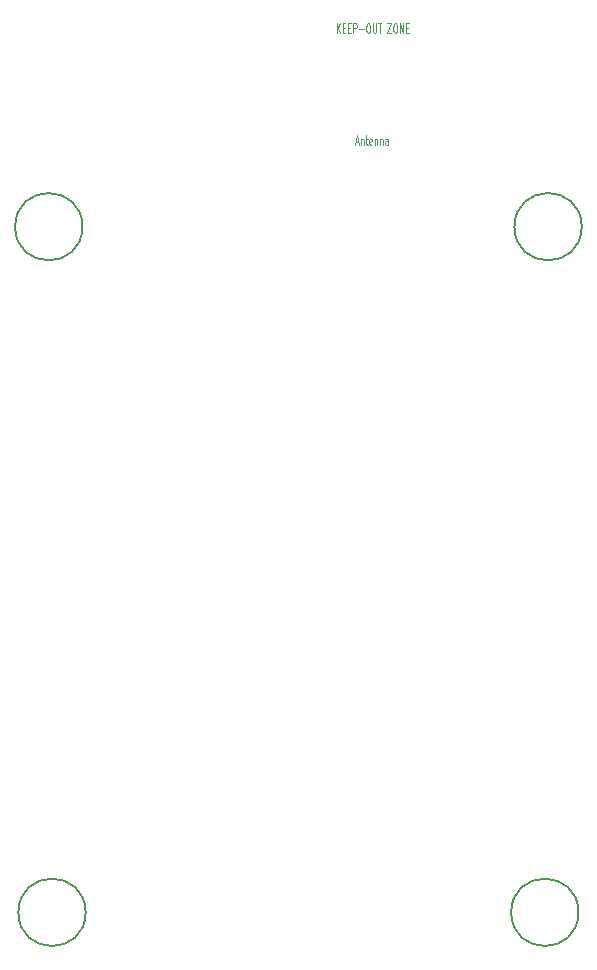
<source format=gbr>
%TF.GenerationSoftware,KiCad,Pcbnew,9.0.0*%
%TF.CreationDate,2025-03-15T13:55:50+00:00*%
%TF.ProjectId,LEDStrip,4c454453-7472-4697-902e-6b696361645f,rev?*%
%TF.SameCoordinates,Original*%
%TF.FileFunction,Other,Comment*%
%FSLAX46Y46*%
G04 Gerber Fmt 4.6, Leading zero omitted, Abs format (unit mm)*
G04 Created by KiCad (PCBNEW 9.0.0) date 2025-03-15 13:55:50*
%MOMM*%
%LPD*%
G01*
G04 APERTURE LIST*
%ADD10C,0.125000*%
%ADD11C,0.150000*%
G04 APERTURE END LIST*
D10*
X152979285Y-51543595D02*
X152979285Y-50743595D01*
X153264999Y-51543595D02*
X153050714Y-51086452D01*
X153264999Y-50743595D02*
X152979285Y-51200738D01*
X153479285Y-51124547D02*
X153645952Y-51124547D01*
X153717380Y-51543595D02*
X153479285Y-51543595D01*
X153479285Y-51543595D02*
X153479285Y-50743595D01*
X153479285Y-50743595D02*
X153717380Y-50743595D01*
X153931666Y-51124547D02*
X154098333Y-51124547D01*
X154169761Y-51543595D02*
X153931666Y-51543595D01*
X153931666Y-51543595D02*
X153931666Y-50743595D01*
X153931666Y-50743595D02*
X154169761Y-50743595D01*
X154384047Y-51543595D02*
X154384047Y-50743595D01*
X154384047Y-50743595D02*
X154574523Y-50743595D01*
X154574523Y-50743595D02*
X154622142Y-50781690D01*
X154622142Y-50781690D02*
X154645952Y-50819785D01*
X154645952Y-50819785D02*
X154669761Y-50895976D01*
X154669761Y-50895976D02*
X154669761Y-51010261D01*
X154669761Y-51010261D02*
X154645952Y-51086452D01*
X154645952Y-51086452D02*
X154622142Y-51124547D01*
X154622142Y-51124547D02*
X154574523Y-51162642D01*
X154574523Y-51162642D02*
X154384047Y-51162642D01*
X154884047Y-51238833D02*
X155265000Y-51238833D01*
X155598333Y-50743595D02*
X155693571Y-50743595D01*
X155693571Y-50743595D02*
X155741190Y-50781690D01*
X155741190Y-50781690D02*
X155788809Y-50857880D01*
X155788809Y-50857880D02*
X155812619Y-51010261D01*
X155812619Y-51010261D02*
X155812619Y-51276928D01*
X155812619Y-51276928D02*
X155788809Y-51429309D01*
X155788809Y-51429309D02*
X155741190Y-51505500D01*
X155741190Y-51505500D02*
X155693571Y-51543595D01*
X155693571Y-51543595D02*
X155598333Y-51543595D01*
X155598333Y-51543595D02*
X155550714Y-51505500D01*
X155550714Y-51505500D02*
X155503095Y-51429309D01*
X155503095Y-51429309D02*
X155479286Y-51276928D01*
X155479286Y-51276928D02*
X155479286Y-51010261D01*
X155479286Y-51010261D02*
X155503095Y-50857880D01*
X155503095Y-50857880D02*
X155550714Y-50781690D01*
X155550714Y-50781690D02*
X155598333Y-50743595D01*
X156026905Y-50743595D02*
X156026905Y-51391214D01*
X156026905Y-51391214D02*
X156050715Y-51467404D01*
X156050715Y-51467404D02*
X156074524Y-51505500D01*
X156074524Y-51505500D02*
X156122143Y-51543595D01*
X156122143Y-51543595D02*
X156217381Y-51543595D01*
X156217381Y-51543595D02*
X156265000Y-51505500D01*
X156265000Y-51505500D02*
X156288810Y-51467404D01*
X156288810Y-51467404D02*
X156312619Y-51391214D01*
X156312619Y-51391214D02*
X156312619Y-50743595D01*
X156479287Y-50743595D02*
X156765001Y-50743595D01*
X156622144Y-51543595D02*
X156622144Y-50743595D01*
X157265000Y-50743595D02*
X157598333Y-50743595D01*
X157598333Y-50743595D02*
X157265000Y-51543595D01*
X157265000Y-51543595D02*
X157598333Y-51543595D01*
X157884047Y-50743595D02*
X157979285Y-50743595D01*
X157979285Y-50743595D02*
X158026904Y-50781690D01*
X158026904Y-50781690D02*
X158074523Y-50857880D01*
X158074523Y-50857880D02*
X158098333Y-51010261D01*
X158098333Y-51010261D02*
X158098333Y-51276928D01*
X158098333Y-51276928D02*
X158074523Y-51429309D01*
X158074523Y-51429309D02*
X158026904Y-51505500D01*
X158026904Y-51505500D02*
X157979285Y-51543595D01*
X157979285Y-51543595D02*
X157884047Y-51543595D01*
X157884047Y-51543595D02*
X157836428Y-51505500D01*
X157836428Y-51505500D02*
X157788809Y-51429309D01*
X157788809Y-51429309D02*
X157765000Y-51276928D01*
X157765000Y-51276928D02*
X157765000Y-51010261D01*
X157765000Y-51010261D02*
X157788809Y-50857880D01*
X157788809Y-50857880D02*
X157836428Y-50781690D01*
X157836428Y-50781690D02*
X157884047Y-50743595D01*
X158312619Y-51543595D02*
X158312619Y-50743595D01*
X158312619Y-50743595D02*
X158598333Y-51543595D01*
X158598333Y-51543595D02*
X158598333Y-50743595D01*
X158836429Y-51124547D02*
X159003096Y-51124547D01*
X159074524Y-51543595D02*
X158836429Y-51543595D01*
X158836429Y-51543595D02*
X158836429Y-50743595D01*
X158836429Y-50743595D02*
X159074524Y-50743595D01*
X154584048Y-60795023D02*
X154822143Y-60795023D01*
X154536429Y-61023595D02*
X154703095Y-60223595D01*
X154703095Y-60223595D02*
X154869762Y-61023595D01*
X155036428Y-60490261D02*
X155036428Y-61023595D01*
X155036428Y-60566452D02*
X155060238Y-60528357D01*
X155060238Y-60528357D02*
X155107857Y-60490261D01*
X155107857Y-60490261D02*
X155179285Y-60490261D01*
X155179285Y-60490261D02*
X155226904Y-60528357D01*
X155226904Y-60528357D02*
X155250714Y-60604547D01*
X155250714Y-60604547D02*
X155250714Y-61023595D01*
X155417381Y-60490261D02*
X155607857Y-60490261D01*
X155488809Y-60223595D02*
X155488809Y-60909309D01*
X155488809Y-60909309D02*
X155512619Y-60985500D01*
X155512619Y-60985500D02*
X155560238Y-61023595D01*
X155560238Y-61023595D02*
X155607857Y-61023595D01*
X155964999Y-60985500D02*
X155917380Y-61023595D01*
X155917380Y-61023595D02*
X155822142Y-61023595D01*
X155822142Y-61023595D02*
X155774523Y-60985500D01*
X155774523Y-60985500D02*
X155750714Y-60909309D01*
X155750714Y-60909309D02*
X155750714Y-60604547D01*
X155750714Y-60604547D02*
X155774523Y-60528357D01*
X155774523Y-60528357D02*
X155822142Y-60490261D01*
X155822142Y-60490261D02*
X155917380Y-60490261D01*
X155917380Y-60490261D02*
X155964999Y-60528357D01*
X155964999Y-60528357D02*
X155988809Y-60604547D01*
X155988809Y-60604547D02*
X155988809Y-60680738D01*
X155988809Y-60680738D02*
X155750714Y-60756928D01*
X156203094Y-60490261D02*
X156203094Y-61023595D01*
X156203094Y-60566452D02*
X156226904Y-60528357D01*
X156226904Y-60528357D02*
X156274523Y-60490261D01*
X156274523Y-60490261D02*
X156345951Y-60490261D01*
X156345951Y-60490261D02*
X156393570Y-60528357D01*
X156393570Y-60528357D02*
X156417380Y-60604547D01*
X156417380Y-60604547D02*
X156417380Y-61023595D01*
X156655475Y-60490261D02*
X156655475Y-61023595D01*
X156655475Y-60566452D02*
X156679285Y-60528357D01*
X156679285Y-60528357D02*
X156726904Y-60490261D01*
X156726904Y-60490261D02*
X156798332Y-60490261D01*
X156798332Y-60490261D02*
X156845951Y-60528357D01*
X156845951Y-60528357D02*
X156869761Y-60604547D01*
X156869761Y-60604547D02*
X156869761Y-61023595D01*
X157322142Y-61023595D02*
X157322142Y-60604547D01*
X157322142Y-60604547D02*
X157298332Y-60528357D01*
X157298332Y-60528357D02*
X157250713Y-60490261D01*
X157250713Y-60490261D02*
X157155475Y-60490261D01*
X157155475Y-60490261D02*
X157107856Y-60528357D01*
X157322142Y-60985500D02*
X157274523Y-61023595D01*
X157274523Y-61023595D02*
X157155475Y-61023595D01*
X157155475Y-61023595D02*
X157107856Y-60985500D01*
X157107856Y-60985500D02*
X157084047Y-60909309D01*
X157084047Y-60909309D02*
X157084047Y-60833119D01*
X157084047Y-60833119D02*
X157107856Y-60756928D01*
X157107856Y-60756928D02*
X157155475Y-60718833D01*
X157155475Y-60718833D02*
X157274523Y-60718833D01*
X157274523Y-60718833D02*
X157322142Y-60680738D01*
D11*
%TO.C,H3*%
X131450000Y-67950000D02*
G75*
G02*
X125750000Y-67950000I-2850000J0D01*
G01*
X125750000Y-67950000D02*
G75*
G02*
X131450000Y-67950000I2850000J0D01*
G01*
%TO.C,H4*%
X131725000Y-126000000D02*
G75*
G02*
X126025000Y-126000000I-2850000J0D01*
G01*
X126025000Y-126000000D02*
G75*
G02*
X131725000Y-126000000I2850000J0D01*
G01*
%TO.C,H2*%
X173450000Y-126000000D02*
G75*
G02*
X167750000Y-126000000I-2850000J0D01*
G01*
X167750000Y-126000000D02*
G75*
G02*
X173450000Y-126000000I2850000J0D01*
G01*
%TO.C,H1*%
X173725000Y-67950000D02*
G75*
G02*
X168025000Y-67950000I-2850000J0D01*
G01*
X168025000Y-67950000D02*
G75*
G02*
X173725000Y-67950000I2850000J0D01*
G01*
%TD*%
M02*

</source>
